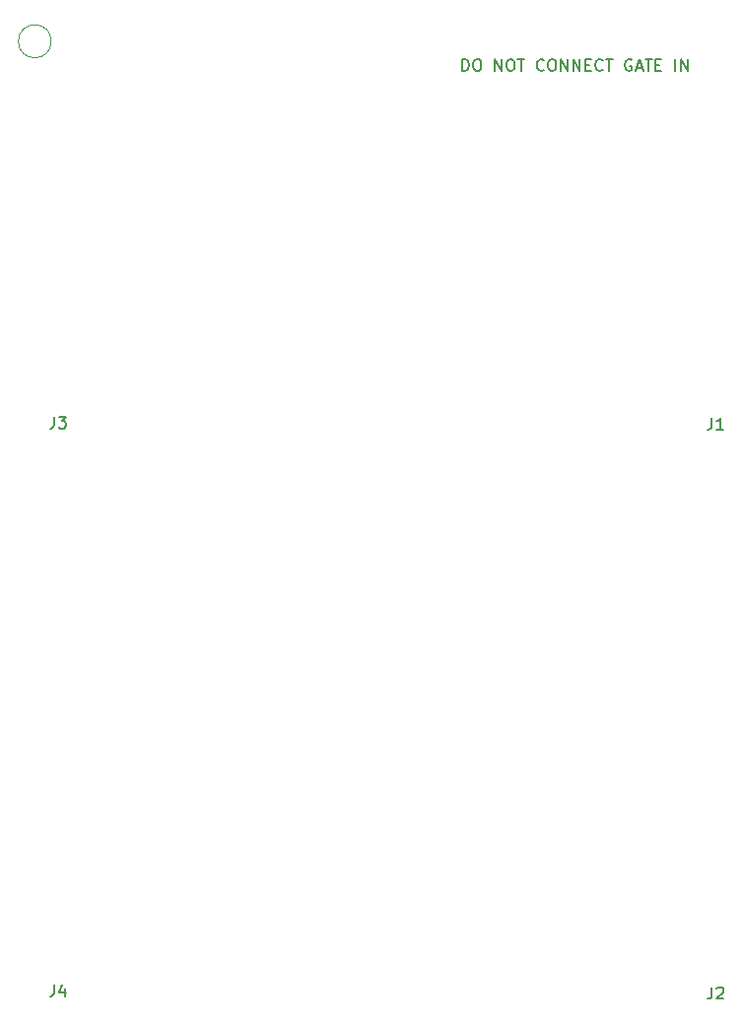
<source format=gbr>
%TF.GenerationSoftware,KiCad,Pcbnew,(6.0.11)*%
%TF.CreationDate,2023-03-02T18:35:56+00:00*%
%TF.ProjectId,Ampelope_Adapter,416d7065-6c6f-4706-955f-416461707465,rev?*%
%TF.SameCoordinates,Original*%
%TF.FileFunction,Legend,Top*%
%TF.FilePolarity,Positive*%
%FSLAX46Y46*%
G04 Gerber Fmt 4.6, Leading zero omitted, Abs format (unit mm)*
G04 Created by KiCad (PCBNEW (6.0.11)) date 2023-03-02 18:35:56*
%MOMM*%
%LPD*%
G01*
G04 APERTURE LIST*
%ADD10C,0.150000*%
%ADD11C,0.120000*%
G04 APERTURE END LIST*
D10*
X136733333Y-52552380D02*
X136733333Y-51552380D01*
X136971428Y-51552380D01*
X137114285Y-51600000D01*
X137209523Y-51695238D01*
X137257142Y-51790476D01*
X137304761Y-51980952D01*
X137304761Y-52123809D01*
X137257142Y-52314285D01*
X137209523Y-52409523D01*
X137114285Y-52504761D01*
X136971428Y-52552380D01*
X136733333Y-52552380D01*
X137923809Y-51552380D02*
X138114285Y-51552380D01*
X138209523Y-51600000D01*
X138304761Y-51695238D01*
X138352380Y-51885714D01*
X138352380Y-52219047D01*
X138304761Y-52409523D01*
X138209523Y-52504761D01*
X138114285Y-52552380D01*
X137923809Y-52552380D01*
X137828571Y-52504761D01*
X137733333Y-52409523D01*
X137685714Y-52219047D01*
X137685714Y-51885714D01*
X137733333Y-51695238D01*
X137828571Y-51600000D01*
X137923809Y-51552380D01*
X139542857Y-52552380D02*
X139542857Y-51552380D01*
X140114285Y-52552380D01*
X140114285Y-51552380D01*
X140780952Y-51552380D02*
X140971428Y-51552380D01*
X141066666Y-51600000D01*
X141161904Y-51695238D01*
X141209523Y-51885714D01*
X141209523Y-52219047D01*
X141161904Y-52409523D01*
X141066666Y-52504761D01*
X140971428Y-52552380D01*
X140780952Y-52552380D01*
X140685714Y-52504761D01*
X140590476Y-52409523D01*
X140542857Y-52219047D01*
X140542857Y-51885714D01*
X140590476Y-51695238D01*
X140685714Y-51600000D01*
X140780952Y-51552380D01*
X141495238Y-51552380D02*
X142066666Y-51552380D01*
X141780952Y-52552380D02*
X141780952Y-51552380D01*
X143733333Y-52457142D02*
X143685714Y-52504761D01*
X143542857Y-52552380D01*
X143447619Y-52552380D01*
X143304761Y-52504761D01*
X143209523Y-52409523D01*
X143161904Y-52314285D01*
X143114285Y-52123809D01*
X143114285Y-51980952D01*
X143161904Y-51790476D01*
X143209523Y-51695238D01*
X143304761Y-51600000D01*
X143447619Y-51552380D01*
X143542857Y-51552380D01*
X143685714Y-51600000D01*
X143733333Y-51647619D01*
X144352380Y-51552380D02*
X144542857Y-51552380D01*
X144638095Y-51600000D01*
X144733333Y-51695238D01*
X144780952Y-51885714D01*
X144780952Y-52219047D01*
X144733333Y-52409523D01*
X144638095Y-52504761D01*
X144542857Y-52552380D01*
X144352380Y-52552380D01*
X144257142Y-52504761D01*
X144161904Y-52409523D01*
X144114285Y-52219047D01*
X144114285Y-51885714D01*
X144161904Y-51695238D01*
X144257142Y-51600000D01*
X144352380Y-51552380D01*
X145209523Y-52552380D02*
X145209523Y-51552380D01*
X145780952Y-52552380D01*
X145780952Y-51552380D01*
X146257142Y-52552380D02*
X146257142Y-51552380D01*
X146828571Y-52552380D01*
X146828571Y-51552380D01*
X147304761Y-52028571D02*
X147638095Y-52028571D01*
X147780952Y-52552380D02*
X147304761Y-52552380D01*
X147304761Y-51552380D01*
X147780952Y-51552380D01*
X148780952Y-52457142D02*
X148733333Y-52504761D01*
X148590476Y-52552380D01*
X148495238Y-52552380D01*
X148352380Y-52504761D01*
X148257142Y-52409523D01*
X148209523Y-52314285D01*
X148161904Y-52123809D01*
X148161904Y-51980952D01*
X148209523Y-51790476D01*
X148257142Y-51695238D01*
X148352380Y-51600000D01*
X148495238Y-51552380D01*
X148590476Y-51552380D01*
X148733333Y-51600000D01*
X148780952Y-51647619D01*
X149066666Y-51552380D02*
X149638095Y-51552380D01*
X149352380Y-52552380D02*
X149352380Y-51552380D01*
X151257142Y-51600000D02*
X151161904Y-51552380D01*
X151019047Y-51552380D01*
X150876190Y-51600000D01*
X150780952Y-51695238D01*
X150733333Y-51790476D01*
X150685714Y-51980952D01*
X150685714Y-52123809D01*
X150733333Y-52314285D01*
X150780952Y-52409523D01*
X150876190Y-52504761D01*
X151019047Y-52552380D01*
X151114285Y-52552380D01*
X151257142Y-52504761D01*
X151304761Y-52457142D01*
X151304761Y-52123809D01*
X151114285Y-52123809D01*
X151685714Y-52266666D02*
X152161904Y-52266666D01*
X151590476Y-52552380D02*
X151923809Y-51552380D01*
X152257142Y-52552380D01*
X152447619Y-51552380D02*
X153019047Y-51552380D01*
X152733333Y-52552380D02*
X152733333Y-51552380D01*
X153352380Y-52028571D02*
X153685714Y-52028571D01*
X153828571Y-52552380D02*
X153352380Y-52552380D01*
X153352380Y-51552380D01*
X153828571Y-51552380D01*
X155019047Y-52552380D02*
X155019047Y-51552380D01*
X155495238Y-52552380D02*
X155495238Y-51552380D01*
X156066666Y-52552380D01*
X156066666Y-51552380D01*
X101666666Y-82252380D02*
X101666666Y-82966666D01*
X101619047Y-83109523D01*
X101523809Y-83204761D01*
X101380952Y-83252380D01*
X101285714Y-83252380D01*
X102047619Y-82252380D02*
X102666666Y-82252380D01*
X102333333Y-82633333D01*
X102476190Y-82633333D01*
X102571428Y-82680952D01*
X102619047Y-82728571D01*
X102666666Y-82823809D01*
X102666666Y-83061904D01*
X102619047Y-83157142D01*
X102571428Y-83204761D01*
X102476190Y-83252380D01*
X102190476Y-83252380D01*
X102095238Y-83204761D01*
X102047619Y-83157142D01*
X158166666Y-131252380D02*
X158166666Y-131966666D01*
X158119047Y-132109523D01*
X158023809Y-132204761D01*
X157880952Y-132252380D01*
X157785714Y-132252380D01*
X158595238Y-131347619D02*
X158642857Y-131300000D01*
X158738095Y-131252380D01*
X158976190Y-131252380D01*
X159071428Y-131300000D01*
X159119047Y-131347619D01*
X159166666Y-131442857D01*
X159166666Y-131538095D01*
X159119047Y-131680952D01*
X158547619Y-132252380D01*
X159166666Y-132252380D01*
X101666666Y-131052380D02*
X101666666Y-131766666D01*
X101619047Y-131909523D01*
X101523809Y-132004761D01*
X101380952Y-132052380D01*
X101285714Y-132052380D01*
X102571428Y-131385714D02*
X102571428Y-132052380D01*
X102333333Y-131004761D02*
X102095238Y-131719047D01*
X102714285Y-131719047D01*
X158166666Y-82352380D02*
X158166666Y-83066666D01*
X158119047Y-83209523D01*
X158023809Y-83304761D01*
X157880952Y-83352380D01*
X157785714Y-83352380D01*
X159166666Y-83352380D02*
X158595238Y-83352380D01*
X158880952Y-83352380D02*
X158880952Y-82352380D01*
X158785714Y-82495238D01*
X158690476Y-82590476D01*
X158595238Y-82638095D01*
D11*
X101414214Y-50000000D02*
G75*
G03*
X101414214Y-50000000I-1414214J0D01*
G01*
M02*

</source>
